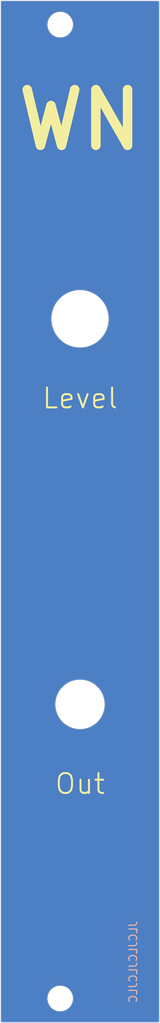
<source format=kicad_pcb>
(kicad_pcb (version 20211014) (generator pcbnew)

  (general
    (thickness 1.6)
  )

  (paper "A4")
  (title_block
    (title "White Noise Panel")
    (date "2021-07-09")
    (rev "1.0")
  )

  (layers
    (0 "F.Cu" signal)
    (31 "B.Cu" signal)
    (32 "B.Adhes" user "B.Adhesive")
    (33 "F.Adhes" user "F.Adhesive")
    (34 "B.Paste" user)
    (35 "F.Paste" user)
    (36 "B.SilkS" user "B.Silkscreen")
    (37 "F.SilkS" user "F.Silkscreen")
    (38 "B.Mask" user)
    (39 "F.Mask" user)
    (40 "Dwgs.User" user "User.Drawings")
    (41 "Cmts.User" user "User.Comments")
    (42 "Eco1.User" user "User.Eco1")
    (43 "Eco2.User" user "User.Eco2")
    (44 "Edge.Cuts" user)
    (45 "Margin" user)
    (46 "B.CrtYd" user "B.Courtyard")
    (47 "F.CrtYd" user "F.Courtyard")
    (48 "B.Fab" user)
    (49 "F.Fab" user)
  )

  (setup
    (pad_to_mask_clearance 0)
    (pcbplotparams
      (layerselection 0x00010fc_ffffffff)
      (disableapertmacros false)
      (usegerberextensions true)
      (usegerberattributes false)
      (usegerberadvancedattributes false)
      (creategerberjobfile false)
      (svguseinch false)
      (svgprecision 6)
      (excludeedgelayer true)
      (plotframeref false)
      (viasonmask false)
      (mode 1)
      (useauxorigin false)
      (hpglpennumber 1)
      (hpglpenspeed 20)
      (hpglpendiameter 15.000000)
      (dxfpolygonmode true)
      (dxfimperialunits true)
      (dxfusepcbnewfont true)
      (psnegative false)
      (psa4output false)
      (plotreference true)
      (plotvalue false)
      (plotinvisibletext false)
      (sketchpadsonfab false)
      (subtractmaskfromsilk true)
      (outputformat 1)
      (mirror false)
      (drillshape 0)
      (scaleselection 1)
      (outputdirectory "gerbers/")
    )
  )

  (net 0 "")

  (gr_circle (center 140.6 70.7) (end 144.2 70.7) (layer "B.Mask") (width 5) (fill none) (tstamp 8fe43acf-4718-4d25-a1e9-383eac8b0dba))
  (gr_circle (center 138.1 156.2) (end 139.7 156.2) (layer "B.Mask") (width 2) (fill none) (tstamp 97cda143-487e-4f21-807d-40dbd8c32ec8))
  (gr_circle (center 140.6 119.2) (end 144.2 119.2) (layer "B.Mask") (width 5) (fill none) (tstamp bd54a46f-92b2-449c-9225-07e9dafbf75e))
  (gr_circle (center 138.1 33.7) (end 139.7 33.7) (layer "B.Mask") (width 2) (fill none) (tstamp f82560ba-08b1-4a13-8477-ecad9d400149))
  (gr_circle (center 138.1 33.7) (end 139.7 33.7) (layer "F.Mask") (width 2) (fill none) (tstamp 4fe6e2b5-0030-4dc3-b33b-573d49c8f1a7))
  (gr_circle (center 138.1 156.2) (end 139.7 156.2) (layer "F.Mask") (width 2) (fill none) (tstamp 74b3e9f9-4634-4fc8-8e1a-fc0dc3630962))
  (gr_circle (center 140.6 119.2) (end 144.2 119.2) (layer "F.Mask") (width 5) (fill none) (tstamp 802a74a6-3f84-48f9-8bf7-ffef52f177a7))
  (gr_circle (center 140.6 70.7) (end 144.2 70.7) (layer "F.Mask") (width 5) (fill none) (tstamp c3b7345f-a212-4b6c-9ef3-f699a2147dc4))
  (gr_line (start 150.6 30.7) (end 130.6 30.7) (layer "Edge.Cuts") (width 0.05) (tstamp 00000000-0000-0000-0000-000060e805bf))
  (gr_circle (center 138.1 156.2) (end 139.7 156.2) (layer "Edge.Cuts") (width 0.05) (fill none) (tstamp 00000000-0000-0000-0000-000060e80824))
  (gr_circle (center 140.6 70.7) (end 144.2 70.7) (layer "Edge.Cuts") (width 0.05) (fill none) (tstamp 1755646e-fc08-4e43-a301-d9b3ea704cf6))
  (gr_circle (center 140.6 119.2) (end 143.7 119.2) (layer "Edge.Cuts") (width 0.05) (fill none) (tstamp 3934cdea-42c8-4ab1-b1be-2c4978ab08ae))
  (gr_circle (center 138.1 33.7) (end 139.7 33.7) (layer "Edge.Cuts") (width 0.05) (fill none) (tstamp 563c12e4-8f8c-446c-a11f-94f5aa93b994))
  (gr_line (start 130.6 159.2) (end 150.6 159.2) (layer "Edge.Cuts") (width 0.05) (tstamp 646d9e91-59b4-4865-a2fc-29780ed32563))
  (gr_line (start 130.6 30.7) (end 130.6 159.2) (layer "Edge.Cuts") (width 0.05) (tstamp 99030c03-63b4-49ba-b5ab-4d56974f7963))
  (gr_line (start 150.6 159.2) (end 150.6 30.7) (layer "Edge.Cuts") (width 0.05) (tstamp e6521bef-4109-48f7-8b88-4121b0468927))
  (gr_text "JLCJLCJLCJLC" (at 147.3 151.6 90) (layer "B.SilkS") (tstamp 681bd495-c396-44ce-92bd-4b397cd48c04)
    (effects (font (size 1 1) (thickness 0.15)) (justify mirror))
  )
  (gr_text "Out" (at 140.6 129.2) (layer "F.SilkS") (tstamp 544f16cc-9fde-459a-b8ee-633832a20375)
    (effects (font (size 2.5 2.5) (thickness 0.25)))
  )
  (gr_text "WN" (at 140.6 45.7) (layer "F.SilkS") (tstamp 851ab59d-1fd7-45c7-a775-29797327cafc)
    (effects (font (size 7 7) (thickness 1.2)))
  )
  (gr_text "Level" (at 140.6 80.7) (layer "F.SilkS") (tstamp fb43a339-07f8-4dfa-af24-4d3bc3e35b5b)
    (effects (font (size 2.5 2.5) (thickness 0.25)))
  )

  (zone (net 0) (net_name "") (layer "F.Cu") (tstamp 00000000-0000-0000-0000-000060fdaf5e) (hatch edge 0.508)
    (connect_pads (clearance 0))
    (min_thickness 0.254) (filled_areas_thickness no)
    (fill yes (thermal_gap 0.508) (thermal_bridge_width 0.508))
    (polygon
      (pts
        (xy 150.7 159.3)
        (xy 130.5 159.3)
        (xy 130.5 30.6)
        (xy 150.7 30.6)
      )
    )
    (filled_polygon
      (layer "F.Cu")
      (island)
      (pts
        (xy 150.517121 30.745002)
        (xy 150.563614 30.798658)
        (xy 150.575 30.851)
        (xy 150.575 159.049)
        (xy 150.554998 159.117121)
        (xy 150.501342 159.163614)
        (xy 150.449 159.175)
        (xy 130.751 159.175)
        (xy 130.682879 159.154998)
        (xy 130.636386 159.101342)
        (xy 130.625 159.049)
        (xy 130.625 156.2)
        (xy 136.469975 156.2)
        (xy 136.490043 156.454992)
        (xy 136.491197 156.459799)
        (xy 136.491198 156.459805)
        (xy 136.528855 156.616654)
        (xy 136.549754 156.703705)
        (xy 136.551647 156.708276)
        (xy 136.551648 156.708278)
        (xy 136.63729 156.915035)
        (xy 136.647637 156.940016)
        (xy 136.781282 157.158105)
        (xy 136.784494 157.161865)
        (xy 136.784497 157.16187)
        (xy 136.914167 157.313693)
        (xy 136.947398 157.352602)
        (xy 136.95116 157.355815)
        (xy 137.13813 157.515503)
        (xy 137.138135 157.515506)
        (xy 137.141895 157.518718)
        (xy 137.359984 157.652363)
        (xy 137.364554 157.654256)
        (xy 137.364558 157.654258)
        (xy 137.591722 157.748352)
        (xy 137.596295 157.750246)
        (xy 137.683346 157.771145)
        (xy 137.840195 157.808802)
        (xy 137.840201 157.808803)
        (xy 137.845008 157.809957)
        (xy 138.1 157.830025)
        (xy 138.354992 157.809957)
        (xy 138.359799 157.808803)
        (xy 138.359805 157.808802)
        (xy 138.516654 157.771145)
        (xy 138.603705 157.750246)
        (xy 138.608278 157.748352)
        (xy 138.835442 157.654258)
        (xy 138.835446 157.654256)
        (xy 138.840016 157.652363)
        (xy 139.058105 157.518718)
        (xy 139.061865 157.515506)
        (xy 139.06187 157.515503)
        (xy 139.24884 157.355815)
        (xy 139.252602 157.352602)
        (xy 139.285833 157.313693)
        (xy 139.415503 157.16187)
        (xy 139.415506 157.161865)
        (xy 139.418718 157.158105)
        (xy 139.552363 156.940016)
        (xy 139.562711 156.915035)
        (xy 139.648352 156.708278)
        (xy 139.648353 156.708276)
        (xy 139.650246 156.703705)
        (xy 139.671145 156.616654)
        (xy 139.708802 156.459805)
        (xy 139.708803 156.459799)
        (xy 139.709957 156.454992)
        (xy 139.730025 156.2)
        (xy 139.709957 155.945008)
        (xy 139.708803 155.940201)
        (xy 139.708802 155.940195)
        (xy 139.651401 155.701107)
        (xy 139.650246 155.696295)
        (xy 139.648352 155.691722)
        (xy 139.554258 155.464558)
        (xy 139.554256 155.464554)
        (xy 139.552363 155.459984)
        (xy 139.418718 155.241895)
        (xy 139.415506 155.238135)
        (xy 139.415503 155.23813)
        (xy 139.255815 155.05116)
        (xy 139.252602 155.047398)
        (xy 139.110227 154.925798)
        (xy 139.06187 154.884497)
        (xy 139.061865 154.884494)
        (xy 139.058105 154.881282)
        (xy 138.840016 154.747637)
        (xy 138.835446 154.745744)
        (xy 138.835442 154.745742)
        (xy 138.608278 154.651648)
        (xy 138.608276 154.651647)
        (xy 138.603705 154.649754)
        (xy 138.500598 154.625)
        (xy 138.359805 154.591198)
        (xy 138.359799 154.591197)
        (xy 138.354992 154.590043)
        (xy 138.1 154.569975)
        (xy 137.845008 154.590043)
        (xy 137.840201 154.591197)
        (xy 137.840195 154.591198)
        (xy 137.699402 154.625)
        (xy 137.596295 154.649754)
        (xy 137.591724 154.651647)
        (xy 137.591722 154.651648)
        (xy 137.364558 154.745742)
        (xy 137.364554 154.745744)
        (xy 137.359984 154.747637)
        (xy 137.141895 154.881282)
        (xy 137.138135 154.884494)
        (xy 137.13813 154.884497)
        (xy 137.089773 154.925798)
        (xy 136.947398 155.047398)
        (xy 136.944185 155.05116)
        (xy 136.784497 155.23813)
        (xy 136.784494 155.238135)
        (xy 136.781282 155.241895)
        (xy 136.647637 155.459984)
        (xy 136.645744 155.464554)
        (xy 136.645742 155.464558)
        (xy 136.551648 155.691722)
        (xy 136.549754 155.696295)
        (xy 136.548599 155.701107)
        (xy 136.491198 155.940195)
        (xy 136.491197 155.940201)
        (xy 136.490043 155.945008)
        (xy 136.469975 156.2)
        (xy 130.625 156.2)
        (xy 130.625 119.156299)
        (xy 137.470381 119.156299)
        (xy 137.470413 119.157066)
        (xy 137.470528 119.159811)
        (xy 137.470528 119.159814)
        (xy 137.472304 119.202178)
        (xy 137.485014 119.505427)
        (xy 137.538472 119.850748)
        (xy 137.63009 120.187957)
        (xy 137.758725 120.512853)
        (xy 137.922775 120.821385)
        (xy 137.92476 120.824284)
        (xy 138.118203 121.106801)
        (xy 138.118208 121.106807)
        (xy 138.120194 121.109708)
        (xy 138.348521 121.374228)
        (xy 138.604911 121.611648)
        (xy 138.886169 121.819009)
        (xy 138.889206 121.820763)
        (xy 138.88921 121.820765)
        (xy 139.003081 121.886508)
        (xy 139.188788 121.993726)
        (xy 139.269994 122.029204)
        (xy 139.505774 122.132214)
        (xy 139.505784 122.132218)
        (xy 139.508996 122.133621)
        (xy 139.512353 122.13466)
        (xy 139.512358 122.134662)
        (xy 139.670642 122.183659)
        (xy 139.842803 122.236952)
        (xy 139.846259 122.237611)
        (xy 139.846258 122.237611)
        (xy 140.182597 122.301771)
        (xy 140.182602 122.301772)
        (xy 140.186048 122.302429)
        (xy 140.377554 122.317165)
        (xy 140.530955 122.328969)
        (xy 140.530957 122.328969)
        (xy 140.534452 122.329238)
        (xy 140.766159 122.321146)
        (xy 140.880157 122.317165)
        (xy 140.880161 122.317165)
        (xy 140.883673 122.317042)
        (xy 140.887152 122.316528)
        (xy 140.887155 122.316528)
        (xy 141.225867 122.266512)
        (xy 141.225873 122.266511)
        (xy 141.229359 122.265996)
        (xy 141.232763 122.265097)
        (xy 141.232766 122.265096)
        (xy 141.563809 122.177631)
        (xy 141.56381 122.177631)
        (xy 141.5672 122.176735)
        (xy 141.892985 122.050371)
        (xy 142.202655 121.888479)
        (xy 142.492349 121.693078)
        (xy 142.758457 121.466603)
        (xy 142.760852 121.464053)
        (xy 142.76086 121.464045)
        (xy 142.99525 121.214444)
        (xy 142.995254 121.214439)
        (xy 142.997661 121.211876)
        (xy 142.999766 121.209062)
        (xy 142.999772 121.209055)
        (xy 143.103587 121.070281)
        (xy 143.20698 120.932073)
        (xy 143.383806 120.630682)
        (xy 143.394984 120.605576)
        (xy 143.524501 120.314675)
        (xy 143.524503 120.314671)
        (xy 143.525933 120.311458)
        (xy 143.631592 119.97838)
        (xy 143.699464 119.635601)
        (xy 143.728704 119.287393)
        (xy 143.729924 119.2)
        (xy 143.727678 119.159814)
        (xy 143.710614 118.854625)
        (xy 143.710418 118.851111)
        (xy 143.703674 118.811234)
        (xy 143.652732 118.510051)
        (xy 143.652731 118.510047)
        (xy 143.652143 118.50657)
        (xy 143.555826 118.170672)
        (xy 143.432449 117.871336)
        (xy 143.424005 117.850849)
        (xy 143.424001 117.850841)
        (xy 143.422667 117.847604)
        (xy 143.254326 117.541393)
        (xy 143.052901 117.255855)
        (xy 142.820902 116.994548)
        (xy 142.561222 116.760731)
        (xy 142.341872 116.603692)
        (xy 142.279964 116.55937)
        (xy 142.279957 116.559366)
        (xy 142.277097 116.557318)
        (xy 141.972068 116.386843)
        (xy 141.649938 116.251432)
        (xy 141.646569 116.250441)
        (xy 141.646565 116.250439)
        (xy 141.464087 116.196733)
        (xy 141.314721 116.152772)
        (xy 141.039888 116.104311)
        (xy 140.974055 116.092703)
        (xy 140.974053 116.092703)
        (xy 140.970595 116.092093)
        (xy 140.967086 116.091872)
        (xy 140.967084 116.091872)
        (xy 140.625369 116.070373)
        (xy 140.625363 116.070373)
        (xy 140.621851 116.070152)
        (xy 140.523338 116.07497)
        (xy 140.276341 116.08705)
        (xy 140.276333 116.087051)
        (xy 140.272834 116.087222)
        (xy 140.269366 116.087784)
        (xy 140.269363 116.087784)
        (xy 139.93137 116.142527)
        (xy 139.931367 116.142528)
        (xy 139.927895 116.14309)
        (xy 139.924508 116.144036)
        (xy 139.924502 116.144037)
        (xy 139.647352 116.221419)
        (xy 139.591333 116.23706)
        (xy 139.462643 116.289054)
        (xy 139.270607 116.366641)
        (xy 139.270603 116.366643)
        (xy 139.267343 116.36796)
        (xy 139.264256 116.369629)
        (xy 139.264252 116.369631)
        (xy 139.22924 116.388562)
        (xy 138.959964 116.534159)
        (xy 138.673026 116.733586)
        (xy 138.670384 116.735899)
        (xy 138.67038 116.735902)
        (xy 138.593123 116.803536)
        (xy 138.410107 116.963755)
        (xy 138.174483 117.221796)
        (xy 137.96909 117.504494)
        (xy 137.967348 117.50756)
        (xy 137.967347 117.507562)
        (xy 137.946379 117.544473)
        (xy 137.79649 117.808326)
        (xy 137.658834 118.129503)
        (xy 137.557836 118.464023)
        (xy 137.494756 118.807717)
        (xy 137.470381 119.156299)
        (xy 130.625 119.156299)
        (xy 130.625 70.7)
        (xy 136.970025 70.7)
        (xy 136.98991 71.079436)
        (xy 137.049349 71.454714)
        (xy 137.147689 71.821724)
        (xy 137.283853 72.176444)
        (xy 137.456349 72.514987)
        (xy 137.663289 72.833646)
        (xy 137.902403 73.128927)
        (xy 138.171073 73.397597)
        (xy 138.466354 73.636711)
        (xy 138.785012 73.843651)
        (xy 139.123556 74.016147)
        (xy 139.478276 74.152311)
        (xy 139.845286 74.250651)
        (xy 140.044531 74.282209)
        (xy 140.217316 74.309576)
        (xy 140.217324 74.309577)
        (xy 140.220564 74.31009)
        (xy 140.6 74.329975)
        (xy 140.979436 74.31009)
        (xy 140.982676 74.309577)
        (xy 140.982684 74.309576)
        (xy 141.155469 74.282209)
        (xy 141.354714 74.250651)
        (xy 141.721724 74.152311)
        (xy 142.076444 74.016147)
        (xy 142.414988 73.843651)
        (xy 142.733646 73.636711)
        (xy 143.028927 73.397597)
        (xy 143.297597 73.128927)
        (xy 143.536711 72.833646)
        (xy 143.743651 72.514987)
        (xy 143.916147 72.176444)
        (xy 144.052311 71.821724)
        (xy 144.150651 71.454714)
        (xy 144.21009 71.079436)
        (xy 144.229975 70.7)
        (xy 144.21009 70.320564)
        (xy 144.150651 69.945286)
        (xy 144.052311 69.578276)
        (xy 143.916147 69.223556)
        (xy 143.743651 68.885013)
        (xy 143.536711 68.566354)
        (xy 143.297597 68.271073)
        (xy 143.028927 68.002403)
        (xy 142.733646 67.763289)
        (xy 142.414988 67.556349)
        (xy 142.076444 67.383853)
        (xy 141.721724 67.247689)
        (xy 141.354714 67.149349)
        (xy 141.155469 67.117791)
        (xy 140.982684 67.090424)
        (xy 140.982676 67.090423)
        (xy 140.979436 67.08991)
        (xy 140.6 67.070025)
        (xy 140.220564 67.08991)
        (xy 140.217324 67.090423)
        (xy 140.217316 67.090424)
        (xy 140.044531 67.117791)
        (xy 139.845286 67.149349)
        (xy 139.478276 67.247689)
        (xy 139.123556 67.383853)
        (xy 138.785013 67.556349)
        (xy 138.466354 67.763289)
        (xy 138.171073 68.002403)
        (xy 137.902403 68.271073)
        (xy 137.663289 68.566354)
        (xy 137.456349 68.885013)
        (xy 137.283853 69.223556)
        (xy 137.147689 69.578276)
        (xy 137.049349 69.945286)
        (xy 136.98991 70.320564)
        (xy 136.970025 70.7)
        (xy 130.625 70.7)
        (xy 130.625 33.7)
        (xy 136.469975 33.7)
        (xy 136.490043 33.954992)
        (xy 136.491197 33.959799)
        (xy 136.491198 33.959805)
        (xy 136.528855 34.116654)
        (xy 136.549754 34.203705)
        (xy 136.551647 34.208276)
        (xy 136.551648 34.208278)
        (xy 136.63729 34.415035)
        (xy 136.647637 34.440016)
        (xy 136.781282 34.658105)
        (xy 136.784494 34.661865)
        (xy 136.784497 34.66187)
        (xy 136.914167 34.813693)
        (xy 136.947398 34.852602)
        (xy 136.95116 34.855815)
        (xy 137.13813 35.015503)
        (xy 137.138135 35.015506)
        (xy 137.141895 35.018718)
        (xy 137.359984 35.152363)
        (xy 137.364554 35.154256)
        (xy 137.364558 35.154258)
        (xy 137.591722 35.248352)
        (xy 137.596295 35.250246)
        (xy 137.683346 35.271145)
        (xy 137.840195 35.308802)
        (xy 137.840201 35.308803)
        (xy 137.845008 35.309957)
        (xy 138.1 35.330025)
        (xy 138.354992 35.309957)
        (xy 138.359799 35.308803)
        (xy 138.359805 35.308802)
        (xy 138.516654 35.271145)
        (xy 138.603705 35.250246)
        (xy 138.608278 35.248352)
        (xy 138.835442 35.154258)
        (xy 138.835446 35.154256)
        (xy 138.840016 35.152363)
        (xy 139.058105 35.018718)
        (xy 139.061865 35.015506)
        (xy 139.06187 35.015503)
        (xy 139.24884 34.855815)
        (xy 139.252602 34.852602)
        (xy 139.285833 34.813693)
        (xy 139.415503 34.66187)
        (xy 139.415506 34.661865)
        (xy 139.418718 34.658105)
        (xy 139.552363 34.440016)
        (xy 139.562711 34.415035)
        (xy 139.648352 34.208278)
        (xy 139.648353 34.208276)
        (xy 139.650246 34.203705)
        (xy 139.671145 34.116654)
        (xy 139.708802 33.959805)
        (xy 139.708803 33.959799)
        (xy 139.709957 33.954992)
        (xy 139.730025 33.7)
        (xy 139.709957 33.445008)
        (xy 139.708803 33.440201)
        (xy 139.708802 33.440195)
        (xy 139.651401 33.201107)
        (xy 139.650246 33.196295)
        (xy 139.648352 33.191722)
        (xy 139.554258 32.964558)
        (xy 139.554256 32.964554)
        (xy 139.552363 32.959984)
        (xy 139.418718 32.741895)
        (xy 139.415506 32.738135)
        (xy 139.415503 32.73813)
        (xy 139.255815 32.55116)
        (xy 139.252602 32.547398)
        (xy 139.110227 32.425798)
        (xy 139.06187 32.384497)
        (xy 139.061865 32.384494)
        (xy 139.058105 32.381282)
        (xy 138.840016 32.247637)
        (xy 138.835446 32.245744)
        (xy 138.835442 32.245742)
        (xy 138.608278 32.151648)
        (xy 138.608276 32.151647)
        (xy 138.603705 32.149754)
        (xy 138.500598 32.125)
        (xy 138.359805 32.091198)
        (xy 138.359799 32.091197)
        (xy 138.354992 32.090043)
        (xy 138.1 32.069975)
        (xy 137.845008 32.090043)
        (xy 137.840201 32.091197)
        (xy 137.840195 32.091198)
        (xy 137.699402 32.125)
        (xy 137.596295 32.149754)
        (xy 137.591724 32.151647)
        (xy 137.591722 32.151648)
        (xy 137.364558 32.245742)
        (xy 137.364554 32.245744)
        (xy 137.359984 32.247637)
        (xy 137.141895 32.381282)
        (xy 137.138135 32.384494)
        (xy 137.13813 32.384497)
        (xy 137.089773 32.425798)
        (xy 136.947398 32.547398)
        (xy 136.944185 32.55116)
        (xy 136.784497 32.73813)
        (xy 136.784494 32.738135)
        (xy 136.781282 32.741895)
        (xy 136.647637 32.959984)
        (xy 136.645744 32.964554)
        (xy 136.645742 32.964558)
        (xy 136.551648 33.191722)
        (xy 136.549754 33.196295)
        (xy 136.548599 33.201107)
        (xy 136.491198 33.440195)
        (xy 136.491197 33.440201)
        (xy 136.490043 33.445008)
        (xy 136.469975 33.7)
        (xy 130.625 33.7)
        (xy 130.625 30.851)
        (xy 130.645002 30.782879)
        (xy 130.698658 30.736386)
        (xy 130.751 30.725)
        (xy 150.449 30.725)
      )
    )
  )
  (zone (net 0) (net_name "") (layer "B.Cu") (tstamp 00000000-0000-0000-0000-000060fdaf5b) (hatch edge 0.508)
    (connect_pads (clearance 0))
    (min_thickness 0.254) (filled_areas_thickness no)
    (fill yes (thermal_gap 0.508) (thermal_bridge_width 0.508))
    (polygon
      (pts
        (xy 150.7 159.3)
        (xy 130.5 159.3)
        (xy 130.5 30.6)
        (xy 150.7 30.6)
      )
    )
    (filled_polygon
      (layer "B.Cu")
      (island)
      (pts
        (xy 150.517121 30.745002)
        (xy 150.563614 30.798658)
        (xy 150.575 30.851)
        (xy 150.575 159.049)
        (xy 150.554998 159.117121)
        (xy 150.501342 159.163614)
        (xy 150.449 159.175)
        (xy 130.751 159.175)
        (xy 130.682879 159.154998)
        (xy 130.636386 159.101342)
        (xy 130.625 159.049)
        (xy 130.625 156.2)
        (xy 136.469975 156.2)
        (xy 136.490043 156.454992)
        (xy 136.491197 156.459799)
        (xy 136.491198 156.459805)
        (xy 136.528855 156.616654)
        (xy 136.549754 156.703705)
        (xy 136.551647 156.708276)
        (xy 136.551648 156.708278)
        (xy 136.63729 156.915035)
        (xy 136.647637 156.940016)
        (xy 136.781282 157.158105)
        (xy 136.784494 157.161865)
        (xy 136.784497 157.16187)
        (xy 136.914167 157.313693)
        (xy 136.947398 157.352602)
        (xy 136.95116 157.355815)
        (xy 137.13813 157.515503)
        (xy 137.138135 157.515506)
        (xy 137.141895 157.518718)
        (xy 137.359984 157.652363)
        (xy 137.364554 157.654256)
        (xy 137.364558 157.654258)
        (xy 137.591722 157.748352)
        (xy 137.596295 157.750246)
        (xy 137.683346 157.771145)
        (xy 137.840195 157.808802)
        (xy 137.840201 157.808803)
        (xy 137.845008 157.809957)
        (xy 138.1 157.830025)
        (xy 138.354992 157.809957)
        (xy 138.359799 157.808803)
        (xy 138.359805 157.808802)
        (xy 138.516654 157.771145)
        (xy 138.603705 157.750246)
        (xy 138.608278 157.748352)
        (xy 138.835442 157.654258)
        (xy 138.835446 157.654256)
        (xy 138.840016 157.652363)
        (xy 139.058105 157.518718)
        (xy 139.061865 157.515506)
        (xy 139.06187 157.515503)
        (xy 139.24884 157.355815)
        (xy 139.252602 157.352602)
        (xy 139.285833 157.313693)
        (xy 139.415503 157.16187)
        (xy 139.415506 157.161865)
        (xy 139.418718 157.158105)
        (xy 139.552363 156.940016)
        (xy 139.562711 156.915035)
        (xy 139.648352 156.708278)
        (xy 139.648353 156.708276)
        (xy 139.650246 156.703705)
        (xy 139.671145 156.616654)
        (xy 139.708802 156.459805)
        (xy 139.708803 156.459799)
        (xy 139.709957 156.454992)
        (xy 139.730025 156.2)
        (xy 139.709957 155.945008)
        (xy 139.708803 155.940201)
        (xy 139.708802 155.940195)
        (xy 139.651401 155.701107)
        (xy 139.650246 155.696295)
        (xy 139.648352 155.691722)
        (xy 139.554258 155.464558)
        (xy 139.554256 155.464554)
        (xy 139.552363 155.459984)
        (xy 139.418718 155.241895)
        (xy 139.415506 155.238135)
        (xy 139.415503 155.23813)
        (xy 139.255815 155.05116)
        (xy 139.252602 155.047398)
        (xy 139.110227 154.925798)
        (xy 139.06187 154.884497)
        (xy 139.061865 154.884494)
        (xy 139.058105 154.881282)
        (xy 138.840016 154.747637)
        (xy 138.835446 154.745744)
        (xy 138.835442 154.745742)
        (xy 138.608278 154.651648)
        (xy 138.608276 154.651647)
        (xy 138.603705 154.649754)
        (xy 138.500598 154.625)
        (xy 138.359805 154.591198)
        (xy 138.359799 154.591197)
        (xy 138.354992 154.590043)
        (xy 138.1 154.569975)
        (xy 137.845008 154.590043)
        (xy 137.840201 154.591197)
        (xy 137.840195 154.591198)
        (xy 137.699402 154.625)
        (xy 137.596295 154.649754)
        (xy 137.591724 154.651647)
        (xy 137.591722 154.651648)
        (xy 137.364558 154.745742)
        (xy 137.364554 154.745744)
        (xy 137.359984 154.747637)
        (xy 137.141895 154.881282)
        (xy 137.138135 154.884494)
        (xy 137.13813 154.884497)
        (xy 137.089773 154.925798)
        (xy 136.947398 155.047398)
        (xy 136.944185 155.05116)
        (xy 136.784497 155.23813)
        (xy 136.784494 155.238135)
        (xy 136.781282 155.241895)
        (xy 136.647637 155.459984)
        (xy 136.645744 155.464554)
        (xy 136.645742 155.464558)
        (xy 136.551648 155.691722)
        (xy 136.549754 155.696295)
        (xy 136.548599 155.701107)
        (xy 136.491198 155.940195)
        (xy 136.491197 155.940201)
        (xy 136.490043 155.945008)
        (xy 136.469975 156.2)
        (xy 130.625 156.2)
        (xy 130.625 119.156299)
        (xy 137.470381 119.156299)
        (xy 137.470413 119.157066)
        (xy 137.470528 119.159811)
        (xy 137.470528 119.159814)
        (xy 137.472304 119.202178)
        (xy 137.485014 119.505427)
        (xy 137.538472 119.850748)
        (xy 137.63009 120.187957)
        (xy 137.758725 120.512853)
        (xy 137.922775 120.821385)
        (xy 137.92476 120.824284)
        (xy 138.118203 121.106801)
        (xy 138.118208 121.106807)
        (xy 138.120194 121.109708)
        (xy 138.348521 121.374228)
        (xy 138.604911 121.611648)
        (xy 138.886169 121.819009)
        (xy 138.889206 121.820763)
        (xy 138.88921 121.820765)
        (xy 139.003081 121.886508)
        (xy 139.188788 121.993726)
        (xy 139.269994 122.029204)
        (xy 139.505774 122.132214)
        (xy 139.505784 122.132218)
        (xy 139.508996 122.133621)
        (xy 139.512353 122.13466)
        (xy 139.512358 122.134662)
        (xy 139.670642 122.183659)
        (xy 139.842803 122.236952)
        (xy 139.846259 122.237611)
        (xy 139.846258 122.237611)
        (xy 140.182597 122.301771)
        (xy 140.182602 122.301772)
        (xy 140.186048 122.302429)
        (xy 140.377554 122.317165)
        (xy 140.530955 122.328969)
        (xy 140.530957 122.328969)
        (xy 140.534452 122.329238)
        (xy 140.766159 122.321146)
        (xy 140.880157 122.317165)
        (xy 140.880161 122.317165)
        (xy 140.883673 122.317042)
        (xy 140.887152 122.316528)
        (xy 140.887155 122.316528)
        (xy 141.225867 122.266512)
        (xy 141.225873 122.266511)
        (xy 141.229359 122.265996)
        (xy 141.232763 122.265097)
        (xy 141.232766 122.265096)
        (xy 141.563809 122.177631)
        (xy 141.56381 122.177631)
        (xy 141.5672 122.176735)
        (xy 141.892985 122.050371)
        (xy 142.202655 121.888479)
        (xy 142.492349 121.693078)
        (xy 142.758457 121.466603)
        (xy 142.760852 121.464053)
        (xy 142.76086 121.464045)
        (xy 142.99525 121.214444)
        (xy 142.995254 121.214439)
        (xy 142.997661 121.211876)
        (xy 142.999766 121.209062)
        (xy 142.999772 121.209055)
        (xy 143.103587 121.070281)
        (xy 143.20698 120.932073)
        (xy 143.383806 120.630682)
        (xy 143.394984 120.605576)
        (xy 143.524501 120.314675)
        (xy 143.524503 120.314671)
        (xy 143.525933 120.311458)
        (xy 143.631592 119.97838)
        (xy 143.699464 119.635601)
        (xy 143.728704 119.287393)
        (xy 143.729924 119.2)
        (xy 143.727678 119.159814)
        (xy 143.710614 118.854625)
        (xy 143.710418 118.851111)
        (xy 143.703674 118.811234)
        (xy 143.652732 118.510051)
        (xy 143.652731 118.510047)
        (xy 143.652143 118.50657)
        (xy 143.555826 118.170672)
        (xy 143.432449 117.871336)
        (xy 143.424005 117.850849)
        (xy 143.424001 117.850841)
        (xy 143.422667 117.847604)
        (xy 143.254326 117.541393)
        (xy 143.052901 117.255855)
        (xy 142.820902 116.994548)
        (xy 142.561222 116.760731)
        (xy 142.341872 116.603692)
        (xy 142.279964 116.55937)
        (xy 142.279957 116.559366)
        (xy 142.277097 116.557318)
        (xy 141.972068 116.386843)
        (xy 141.649938 116.251432)
        (xy 141.646569 116.250441)
        (xy 141.646565 116.250439)
        (xy 141.464087 116.196733)
        (xy 141.314721 116.152772)
        (xy 141.039888 116.104311)
        (xy 140.974055 116.092703)
        (xy 140.974053 116.092703)
        (xy 140.970595 116.092093)
        (xy 140.967086 116.091872)
        (xy 140.967084 116.091872)
        (xy 140.625369 116.070373)
        (xy 140.625363 116.070373)
        (xy 140.621851 116.070152)
        (xy 140.523338 116.07497)
        (xy 140.276341 116.08705)
        (xy 140.276333 116.087051)
        (xy 140.272834 116.087222)
        (xy 140.269366 116.087784)
        (xy 140.269363 116.087784)
        (xy 139.93137 116.142527)
        (xy 139.931367 116.142528)
        (xy 139.927895 116.14309)
        (xy 139.924508 116.144036)
        (xy 139.924502 116.144037)
        (xy 139.647352 116.221419)
        (xy 139.591333 116.23706)
        (xy 139.462643 116.289054)
        (xy 139.270607 116.366641)
        (xy 139.270603 116.366643)
        (xy 139.267343 116.36796)
        (xy 139.264256 116.369629)
        (xy 139.264252 116.369631)
        (xy 139.22924 116.388562)
        (xy 138.959964 116.534159)
        (xy 138.673026 116.733586)
        (xy 138.670384 116.735899)
        (xy 138.67038 116.735902)
        (xy 138.593123 116.803536)
        (xy 138.410107 116.963755)
        (xy 138.174483 117.221796)
        (xy 137.96909 117.504494)
        (xy 137.967348 117.50756)
        (xy 137.967347 117.507562)
        (xy 137.946379 117.544473)
        (xy 137.79649 117.808326)
        (xy 137.658834 118.129503)
        (xy 137.557836 118.464023)
        (xy 137.494756 118.807717)
        (xy 137.470381 119.156299)
        (xy 130.625 119.156299)
        (xy 130.625 70.7)
        (xy 136.970025 70.7)
        (xy 136.98991 71.079436)
        (xy 137.049349 71.454714)
        (xy 137.147689 71.821724)
        (xy 137.283853 72.176444)
        (xy 137.456349 72.514987)
        (xy 137.663289 72.833646)
        (xy 137.902403 73.128927)
        (xy 138.171073 73.397597)
        (xy 138.466354 73.636711)
        (xy 138.785012 73.843651)
        (xy 139.123556 74.016147)
        (xy 139.478276 74.152311)
        (xy 139.845286 74.250651)
        (xy 140.044531 74.282209)
        (xy 140.217316 74.309576)
        (xy 140.217324 74.309577)
        (xy 140.220564 74.31009)
        (xy 140.6 74.329975)
        (xy 140.979436 74.31009)
        (xy 140.982676 74.309577)
        (xy 140.982684 74.309576)
        (xy 141.155469 74.282209)
        (xy 141.354714 74.250651)
        (xy 141.721724 74.152311)
        (xy 142.076444 74.016147)
        (xy 142.414988 73.843651)
        (xy 142.733646 73.636711)
        (xy 143.028927 73.397597)
        (xy 143.297597 73.128927)
        (xy 143.536711 72.833646)
        (xy 143.743651 72.514987)
        (xy 143.916147 72.176444)
        (xy 144.052311 71.821724)
        (xy 144.150651 71.454714)
        (xy 144.21009 71.079436)
        (xy 144.229975 70.7)
        (xy 144.21009 70.320564)
        (xy 144.150651 69.945286)
        (xy 144.052311 69.578276)
        (xy 143.916147 69.223556)
        (xy 143.743651 68.885013)
        (xy 143.536711 68.566354)
        (xy 143.297597 68.271073)
        (xy 143.028927 68.002403)
        (xy 142.733646 67.763289)
        (xy 142.414988 67.556349)
        (xy 142.076444 67.383853)
        (xy 141.721724 67.247689)
        (xy 141.354714 67.149349)
        (xy 141.155469 67.117791)
        (xy 140.982684 67.090424)
        (xy 140.982676 67.090423)
        (xy 140.979436 67.08991)
        (xy 140.6 67.070025)
        (xy 140.220564 67.08991)
        (xy 140.217324 67.090423)
        (xy 140.217316 67.090424)
        (xy 140.044531 67.117791)
        (xy 139.845286 67.149349)
        (xy 139.478276 67.247689)
        (xy 139.123556 67.383853)
        (xy 138.785013 67.556349)
        (xy 138.466354 67.763289)
        (xy 138.171073 68.002403)
        (xy 137.902403 68.271073)
        (xy 137.663289 68.566354)
        (xy 137.456349 68.885013)
        (xy 137.283853 69.223556)
        (xy 137.147689 69.578276)
        (xy 137.049349 69.945286)
        (xy 136.98991 70.320564)
        (xy 136.970025 70.7)
        (xy 130.625 70.7)
        (xy 130.625 33.7)
        (xy 136.469975 33.7)
        (xy 136.490043 33.954992)
        (xy 136.491197 33.959799)
        (xy 136.491198 33.959805)
        (xy 136.528855 34.116654)
        (xy 136.549754 34.203705)
        (xy 136.551647 34.208276)
        (xy 136.551648 34.208278)
        (xy 136.63729 34.415035)
        (xy 136.647637 34.440016)
        (xy 136.781282 34.658105)
        (xy 136.784494 34.661865)
        (xy 136.784497 34.66187)
        (xy 136.914167 34.813693)
        (xy 136.947398 34.852602)
        (xy 136.95116 34.855815)
        (xy 137.13813 35.015503)
        (xy 137.138135 35.015506)
        (xy 137.141895 35.018718)
        (xy 137.359984 35.152363)
        (xy 137.364554 35.154256)
        (xy 137.364558 35.154258)
        (xy 137.591722 35.248352)
        (xy 137.596295 35.250246)
        (xy 137.683346 35.271145)
        (xy 137.840195 35.308802)
        (xy 137.840201 35.308803)
        (xy 137.845008 35.309957)
        (xy 138.1 35.330025)
        (xy 138.354992 35.309957)
        (xy 138.359799 35.308803)
        (xy 138.359805 35.308802)
        (xy 138.516654 35.271145)
        (xy 138.603705 35.250246)
        (xy 138.608278 35.248352)
        (xy 138.835442 35.154258)
        (xy 138.835446 35.154256)
        (xy 138.840016 35.152363)
        (xy 139.058105 35.018718)
        (xy 139.061865 35.015506)
        (xy 139.06187 35.015503)
        (xy 139.24884 34.855815)
        (xy 139.252602 34.852602)
        (xy 139.285833 34.813693)
        (xy 139.415503 34.66187)
        (xy 139.415506 34.661865)
        (xy 139.418718 34.658105)
        (xy 139.552363 34.440016)
        (xy 139.562711 34.415035)
        (xy 139.648352 34.208278)
        (xy 139.648353 34.208276)
        (xy 139.650246 34.203705)
        (xy 139.671145 34.116654)
        (xy 139.708802 33.959805)
        (xy 139.708803 33.959799)
        (xy 139.709957 33.954992)
        (xy 139.730025 33.7)
        (xy 139.709957 33.445008)
        (xy 139.708803 33.440201)
        (xy 139.708802 33.440195)
        (xy 139.651401 33.201107)
        (xy 139.650246 33.196295)
        (xy 139.648352 33.191722)
        (xy 139.554258 32.964558)
        (xy 139.554256 32.964554)
        (xy 139.552363 32.959984)
        (xy 139.418718 32.741895)
        (xy 139.415506 32.738135)
        (xy 139.415503 32.73813)
        (xy 139.255815 32.55116)
        (xy 139.252602 32.547398)
        (xy 139.110227 32.425798)
        (xy 139.06187 32.384497)
        (xy 139.061865 32.384494)
        (xy 139.058105 32.381282)
        (xy 138.840016 32.247637)
        (xy 138.835446 32.245744)
        (xy 138.835442 32.245742)
        (xy 138.608278 32.151648)
        (xy 138.608276 32.151647)
        (xy 138.603705 32.149754)
        (xy 138.500598 32.125)
        (xy 138.359805 32.091198)
        (xy 138.359799 32.091197)
        (xy 138.354992 32.090043)
        (xy 138.1 32.069975)
        (xy 137.845008 32.090043)
        (xy 137.840201 32.091197)
        (xy 137.840195 32.091198)
        (xy 137.699402 32.125)
        (xy 137.596295 32.149754)
        (xy 137.591724 32.151647)
        (xy 137.591722 32.151648)
        (xy 137.364558 32.245742)
        (xy 137.364554 32.245744)
        (xy 137.359984 32.247637)
        (xy 137.141895 32.381282)
        (xy 137.138135 32.384494)
        (xy 137.13813 32.384497)
        (xy 137.089773 32.425798)
        (xy 136.947398 32.547398)
        (xy 136.944185 32.55116)
        (xy 136.784497 32.73813)
        (xy 136.784494 32.738135)
        (xy 136.781282 32.741895)
        (xy 136.647637 32.959984)
        (xy 136.645744 32.964554)
        (xy 136.645742 32.964558)
        (xy 136.551648 33.191722)
        (xy 136.549754 33.196295)
        (xy 136.548599 33.201107)
        (xy 136.491198 33.440195)
        (xy 136.491197 33.440201)
        (xy 136.490043 33.445008)
        (xy 136.469975 33.7)
        (xy 130.625 33.7)
        (xy 130.625 30.851)
        (xy 130.645002 30.782879)
        (xy 130.698658 30.736386)
        (xy 130.751 30.725)
        (xy 150.449 30.725)
      )
    )
  )
)

</source>
